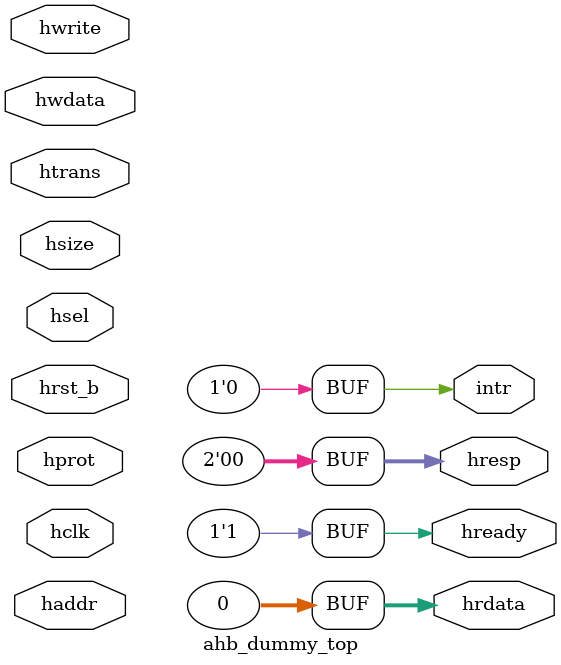
<source format=v>
/*
Copyright (c) 2019 Alibaba Group Holding Limited

Permission is hereby granted, free of charge, to any person obtaining a copy of this software and associated documentation files (the "Software"), to deal in the Software without restriction, including without limitation the rights to use, copy, modify, merge, publish, distribute, sublicense, and/or sell copies of the Software, and to permit persons to whom the Software is furnished to do so, subject to the following conditions:

The above copyright notice and this permission notice shall be included in all copies or substantial portions of the Software.

THE SOFTWARE IS PROVIDED "AS IS", WITHOUT WARRANTY OF ANY KIND, EXPRESS OR IMPLIED, INCLUDING BUT NOT LIMITED TO THE WARRANTIES OF MERCHANTABILITY, FITNESS FOR A PARTICULAR PURPOSE AND NONINFRINGEMENT. IN NO EVENT SHALL THE AUTHORS OR COPYRIGHT HOLDERS BE LIABLE FOR ANY CLAIM, DAMAGES OR OTHER LIABILITY, WHETHER IN AN ACTION OF CONTRACT, TORT OR OTHERWISE, ARISING FROM, OUT OF OR IN CONNECTION WITH THE SOFTWARE OR THE USE OR OTHER DEALINGS IN THE SOFTWARE.

*/
module ahb_dummy_top(
  haddr,
  hclk,
  hprot,
  hrdata,
  hready,
  hresp,
  hrst_b,
  hsel,
  hsize,
  htrans,
  hwdata,
  hwrite,
  intr
);
input   [31:0]  haddr;        
input           hclk;         
input   [3 :0]  hprot;        
input           hrst_b;       
input           hsel;         
input   [2 :0]  hsize;        
input   [1 :0]  htrans;       
input   [31:0]  hwdata;       
input           hwrite;       
output  [31:0]  hrdata;       
output          hready;  
output  [1 :0]  hresp;    
output		intr;    
wire  [31:0]  hrdata;       
wire          hready;  
wire  [1 :0]  hresp;    
wire          intr;
assign hrdata[31:0] = 32'b0;       
assign hready = 1'b1;  
assign hresp[1:0] = 2'b0;    
assign intr = 1'b0;     
endmodule

</source>
